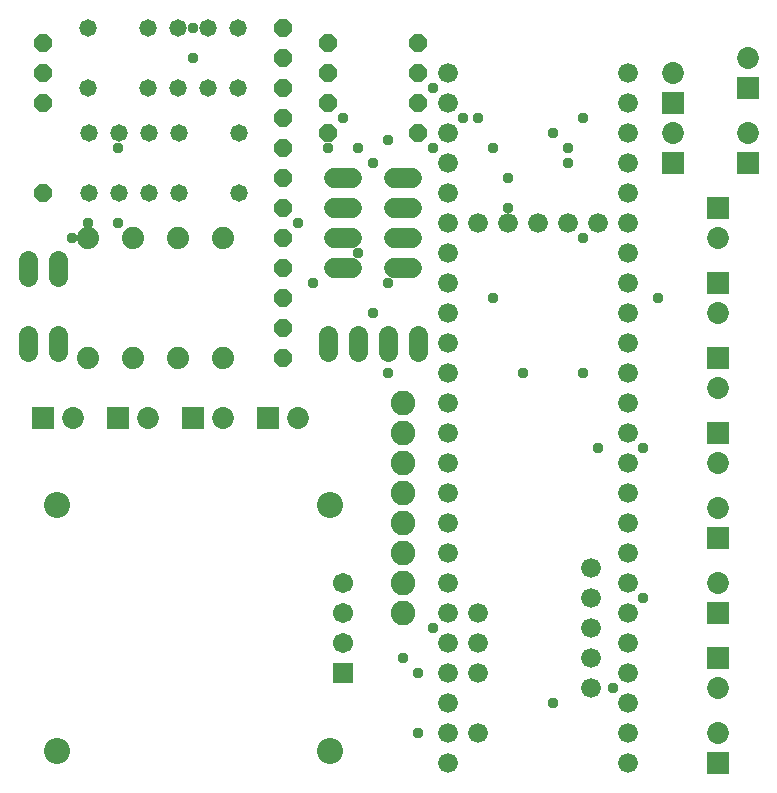
<source format=gbr>
G04 EAGLE Gerber RS-274X export*
G75*
%MOMM*%
%FSLAX34Y34*%
%LPD*%
%INSoldermask Bottom*%
%IPPOS*%
%AMOC8*
5,1,8,0,0,1.08239X$1,22.5*%
G01*
%ADD10C,1.625600*%
%ADD11C,1.473200*%
%ADD12C,1.879600*%
%ADD13P,1.649562X8X202.500000*%
%ADD14C,1.676400*%
%ADD15C,1.727200*%
%ADD16C,2.082800*%
%ADD17R,1.853200X1.853200*%
%ADD18C,1.853200*%
%ADD19P,1.649562X8X112.500000*%
%ADD20R,1.711200X1.711200*%
%ADD21C,1.711200*%
%ADD22C,2.203200*%
%ADD23P,1.649562X8X292.500000*%
%ADD24C,0.959600*%


D10*
X63500Y348488D02*
X63500Y362712D01*
X88900Y362712D02*
X88900Y348488D01*
X-241300Y411988D02*
X-241300Y426212D01*
X-215900Y426212D02*
X-215900Y411988D01*
D11*
X-190754Y571500D03*
X-139954Y571500D03*
X-114554Y571500D03*
X-89154Y571500D03*
X-63754Y571500D03*
X-63754Y622300D03*
X-89154Y622300D03*
X-114554Y622300D03*
X-139954Y622300D03*
X-190754Y622300D03*
D12*
X-114300Y444500D03*
X-114300Y342900D03*
X-76200Y444500D03*
X-76200Y342900D03*
X-190500Y444500D03*
X-190500Y342900D03*
X-152400Y444500D03*
X-152400Y342900D03*
D10*
X-241300Y348488D02*
X-241300Y362712D01*
X-215900Y362712D02*
X-215900Y348488D01*
D11*
X-62992Y533400D03*
X-113792Y533400D03*
X-139192Y533400D03*
X-164592Y533400D03*
X-189992Y533400D03*
X-189992Y482600D03*
X-164592Y482600D03*
X-139192Y482600D03*
X-113792Y482600D03*
X-62992Y482600D03*
D13*
X88900Y584200D03*
X12700Y584200D03*
X88900Y609600D03*
X12700Y609600D03*
X88900Y533400D03*
X12700Y533400D03*
X88900Y558800D03*
X12700Y558800D03*
D10*
X12700Y362712D02*
X12700Y348488D01*
X38100Y348488D02*
X38100Y362712D01*
D14*
X266700Y50800D03*
X266700Y76200D03*
X266700Y101600D03*
X266700Y127000D03*
X266700Y152400D03*
X266700Y177800D03*
X266700Y203200D03*
X266700Y228600D03*
X266700Y254000D03*
X266700Y279400D03*
X266700Y304800D03*
X266700Y330200D03*
X114300Y330200D03*
X114300Y304800D03*
X114300Y279400D03*
X114300Y254000D03*
X114300Y228600D03*
X114300Y203200D03*
X114300Y177800D03*
X114300Y152400D03*
X114300Y127000D03*
X114300Y101600D03*
X114300Y76200D03*
X266700Y25400D03*
X114300Y50800D03*
X114300Y25400D03*
X266700Y0D03*
X114300Y0D03*
X266700Y355600D03*
X114300Y355600D03*
X266700Y381000D03*
X266700Y406400D03*
X266700Y431800D03*
X266700Y457200D03*
X266700Y482600D03*
X266700Y508000D03*
X266700Y533400D03*
X266700Y558800D03*
X266700Y584200D03*
X114300Y584200D03*
X114300Y558800D03*
X114300Y533400D03*
X114300Y508000D03*
X114300Y482600D03*
X114300Y457200D03*
X114300Y431800D03*
X114300Y406400D03*
X114300Y381000D03*
X241300Y457200D03*
X190500Y457200D03*
X165100Y457200D03*
X215900Y457200D03*
X139700Y457200D03*
X139700Y25400D03*
X139700Y76200D03*
X139700Y101600D03*
X139700Y127000D03*
X234950Y63500D03*
X234950Y88900D03*
X234950Y114300D03*
X234950Y139700D03*
X234950Y165100D03*
D15*
X33020Y495300D02*
X17780Y495300D01*
X17780Y469900D02*
X33020Y469900D01*
X33020Y444500D02*
X17780Y444500D01*
X17780Y419100D02*
X33020Y419100D01*
X68580Y495300D02*
X83820Y495300D01*
X83820Y469900D02*
X68580Y469900D01*
X68580Y444500D02*
X83820Y444500D01*
X83820Y419100D02*
X68580Y419100D01*
D16*
X75819Y304800D03*
X75819Y279400D03*
X75819Y254000D03*
X75819Y228600D03*
X75819Y203200D03*
X75819Y177800D03*
X75819Y152400D03*
X75819Y127000D03*
D17*
X-228600Y292100D03*
D18*
X-203200Y292100D03*
D17*
X-101600Y292100D03*
D18*
X-76200Y292100D03*
D17*
X-38100Y292100D03*
D18*
X-12700Y292100D03*
D17*
X-165100Y292100D03*
D18*
X-139700Y292100D03*
D19*
X-25400Y546100D03*
X-25400Y495300D03*
X-25400Y520700D03*
X-25400Y469900D03*
X-25400Y419100D03*
X-25400Y444500D03*
X-25400Y393700D03*
X-25400Y342900D03*
X-25400Y368300D03*
X-25400Y622300D03*
X-25400Y571500D03*
X-25400Y596900D03*
D20*
X25400Y76200D03*
D21*
X25400Y101600D03*
X25400Y127000D03*
X25400Y152400D03*
D22*
X13970Y10160D03*
X13970Y218440D03*
X-217170Y218440D03*
X-217170Y10160D03*
D19*
X-228600Y584200D03*
X-228600Y609600D03*
D23*
X-228600Y558800D03*
X-228600Y482600D03*
D17*
X304800Y508000D03*
D18*
X304800Y533400D03*
D17*
X304800Y558800D03*
D18*
X304800Y584200D03*
D17*
X342900Y0D03*
D18*
X342900Y25400D03*
D17*
X342900Y342900D03*
D18*
X342900Y317500D03*
D17*
X342900Y279400D03*
D18*
X342900Y254000D03*
D17*
X342900Y88900D03*
D18*
X342900Y63500D03*
D17*
X342900Y190500D03*
D18*
X342900Y215900D03*
D17*
X342900Y127000D03*
D18*
X342900Y152400D03*
D17*
X368300Y508000D03*
D18*
X368300Y533400D03*
D17*
X368300Y571500D03*
D18*
X368300Y596900D03*
D17*
X342900Y469900D03*
D18*
X342900Y444500D03*
D17*
X342900Y406400D03*
D18*
X342900Y381000D03*
D24*
X50800Y381000D03*
X63500Y330200D03*
X-89154Y622300D03*
X-165100Y520700D03*
X-190500Y457200D03*
X-165100Y457200D03*
X-204188Y444500D03*
X-101600Y622300D03*
X-101600Y596900D03*
X12700Y520700D03*
X38100Y520700D03*
X101600Y520700D03*
X165100Y495300D03*
X25400Y546100D03*
X-12700Y457200D03*
X63500Y527530D03*
X50800Y508000D03*
X38100Y432026D03*
X63500Y406174D03*
X0Y406400D03*
X152400Y393700D03*
X127000Y546100D03*
X152400Y520700D03*
X228600Y546100D03*
X215900Y508000D03*
X76200Y88900D03*
X88900Y76200D03*
X101600Y114300D03*
X88900Y25400D03*
X177800Y330200D03*
X228600Y330200D03*
X241300Y266700D03*
X279400Y266700D03*
X203200Y50800D03*
X254000Y63500D03*
X279400Y139700D03*
X101600Y571500D03*
X139700Y546100D03*
X203200Y533400D03*
X215900Y520700D03*
X165100Y469900D03*
X228600Y444500D03*
X292100Y393700D03*
M02*

</source>
